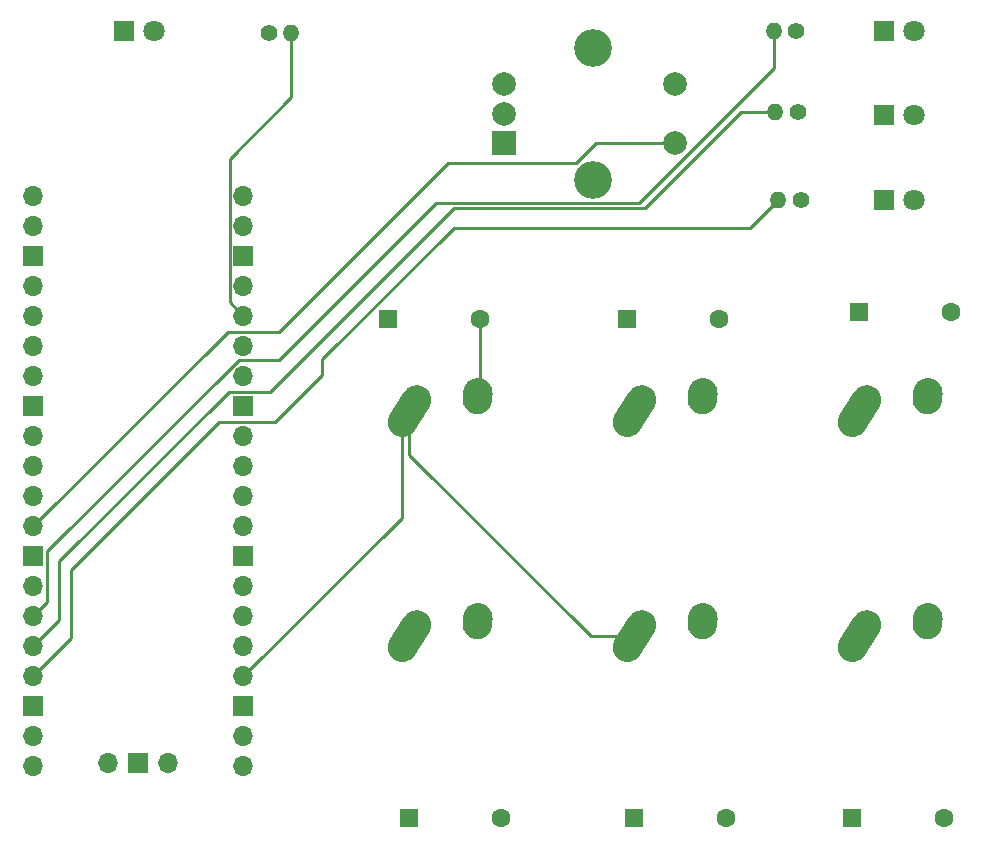
<source format=gbl>
%TF.GenerationSoftware,KiCad,Pcbnew,(5.1.9)-1*%
%TF.CreationDate,2021-02-07T17:12:47-05:00*%
%TF.ProjectId,MacroBoard,4d616372-6f42-46f6-9172-642e6b696361,rev?*%
%TF.SameCoordinates,Original*%
%TF.FileFunction,Copper,L2,Bot*%
%TF.FilePolarity,Positive*%
%FSLAX46Y46*%
G04 Gerber Fmt 4.6, Leading zero omitted, Abs format (unit mm)*
G04 Created by KiCad (PCBNEW (5.1.9)-1) date 2021-02-07 17:12:47*
%MOMM*%
%LPD*%
G01*
G04 APERTURE LIST*
%TA.AperFunction,ComponentPad*%
%ADD10O,1.700000X1.700000*%
%TD*%
%TA.AperFunction,ComponentPad*%
%ADD11R,1.700000X1.700000*%
%TD*%
%TA.AperFunction,ComponentPad*%
%ADD12C,1.800000*%
%TD*%
%TA.AperFunction,ComponentPad*%
%ADD13R,1.800000X1.800000*%
%TD*%
%TA.AperFunction,ComponentPad*%
%ADD14R,1.600000X1.600000*%
%TD*%
%TA.AperFunction,ComponentPad*%
%ADD15C,1.600000*%
%TD*%
%TA.AperFunction,ComponentPad*%
%ADD16O,1.400000X1.400000*%
%TD*%
%TA.AperFunction,ComponentPad*%
%ADD17C,1.400000*%
%TD*%
%TA.AperFunction,ComponentPad*%
%ADD18C,2.000000*%
%TD*%
%TA.AperFunction,ComponentPad*%
%ADD19C,3.200000*%
%TD*%
%TA.AperFunction,ComponentPad*%
%ADD20R,2.000000X2.000000*%
%TD*%
%TA.AperFunction,Conductor*%
%ADD21C,0.250000*%
%TD*%
G04 APERTURE END LIST*
D10*
%TO.P,U1,1*%
%TO.N,Net-(U1-Pad1)*%
X112553750Y-52070000D03*
%TO.P,U1,2*%
%TO.N,Net-(U1-Pad2)*%
X112553750Y-54610000D03*
D11*
%TO.P,U1,3*%
%TO.N,Net-(U1-Pad3)*%
X112553750Y-57150000D03*
D10*
%TO.P,U1,4*%
%TO.N,Net-(U1-Pad4)*%
X112553750Y-59690000D03*
%TO.P,U1,5*%
%TO.N,Net-(U1-Pad5)*%
X112553750Y-62230000D03*
%TO.P,U1,6*%
%TO.N,Net-(U1-Pad6)*%
X112553750Y-64770000D03*
%TO.P,U1,7*%
%TO.N,Net-(U1-Pad7)*%
X112553750Y-67310000D03*
D11*
%TO.P,U1,8*%
%TO.N,+5V*%
X112553750Y-69850000D03*
D10*
%TO.P,U1,9*%
%TO.N,Net-(U1-Pad9)*%
X112553750Y-72390000D03*
%TO.P,U1,10*%
%TO.N,/A_PIN*%
X112553750Y-74930000D03*
%TO.P,U1,11*%
%TO.N,/B_PIN*%
X112553750Y-77470000D03*
%TO.P,U1,12*%
%TO.N,/ROT_SW*%
X112553750Y-80010000D03*
D11*
%TO.P,U1,13*%
%TO.N,Net-(U1-Pad13)*%
X112553750Y-82550000D03*
D10*
%TO.P,U1,14*%
%TO.N,Net-(U1-Pad14)*%
X112553750Y-85090000D03*
%TO.P,U1,15*%
%TO.N,/LED_B*%
X112553750Y-87630000D03*
%TO.P,U1,16*%
%TO.N,/LED_C*%
X112553750Y-90170000D03*
%TO.P,U1,17*%
%TO.N,/LED_D*%
X112553750Y-92710000D03*
D11*
%TO.P,U1,18*%
%TO.N,Net-(U1-Pad18)*%
X112553750Y-95250000D03*
D10*
%TO.P,U1,19*%
%TO.N,Net-(U1-Pad19)*%
X112553750Y-97790000D03*
%TO.P,U1,20*%
%TO.N,Net-(U1-Pad20)*%
X112553750Y-100330000D03*
%TO.P,U1,21*%
%TO.N,Net-(U1-Pad21)*%
X130333750Y-100330000D03*
%TO.P,U1,22*%
%TO.N,Net-(U1-Pad22)*%
X130333750Y-97790000D03*
D11*
%TO.P,U1,23*%
%TO.N,Net-(U1-Pad23)*%
X130333750Y-95250000D03*
D10*
%TO.P,U1,24*%
%TO.N,/col2*%
X130333750Y-92710000D03*
%TO.P,U1,25*%
%TO.N,/col1*%
X130333750Y-90170000D03*
%TO.P,U1,26*%
%TO.N,/col0*%
X130333750Y-87630000D03*
%TO.P,U1,27*%
%TO.N,/row1*%
X130333750Y-85090000D03*
D11*
%TO.P,U1,28*%
%TO.N,Net-(U1-Pad28)*%
X130333750Y-82550000D03*
D10*
%TO.P,U1,29*%
%TO.N,/row0*%
X130333750Y-80010000D03*
%TO.P,U1,30*%
%TO.N,Net-(U1-Pad30)*%
X130333750Y-77470000D03*
%TO.P,U1,31*%
%TO.N,Net-(U1-Pad31)*%
X130333750Y-74930000D03*
%TO.P,U1,32*%
%TO.N,Net-(U1-Pad32)*%
X130333750Y-72390000D03*
D11*
%TO.P,U1,33*%
%TO.N,Net-(U1-Pad33)*%
X130333750Y-69850000D03*
D10*
%TO.P,U1,34*%
%TO.N,Net-(U1-Pad34)*%
X130333750Y-67310000D03*
%TO.P,U1,35*%
%TO.N,Net-(U1-Pad35)*%
X130333750Y-64770000D03*
%TO.P,U1,36*%
%TO.N,/LED_A*%
X130333750Y-62230000D03*
%TO.P,U1,37*%
%TO.N,Net-(U1-Pad37)*%
X130333750Y-59690000D03*
D11*
%TO.P,U1,38*%
%TO.N,Net-(U1-Pad38)*%
X130333750Y-57150000D03*
D10*
%TO.P,U1,39*%
%TO.N,Net-(U1-Pad39)*%
X130333750Y-54610000D03*
%TO.P,U1,40*%
%TO.N,Net-(U1-Pad40)*%
X130333750Y-52070000D03*
%TO.P,U1,41*%
%TO.N,N/C*%
X118903750Y-100100000D03*
D11*
%TO.P,U1,42*%
X121443750Y-100100000D03*
D10*
%TO.P,U1,43*%
X123983750Y-100100000D03*
%TD*%
D12*
%TO.P,D1,2*%
%TO.N,Net-(D1-Pad2)*%
X187087030Y-52387500D03*
D13*
%TO.P,D1,1*%
%TO.N,+5V*%
X184547030Y-52387500D03*
%TD*%
%TO.P,D2,1*%
%TO.N,+5V*%
X184547030Y-45243788D03*
D12*
%TO.P,D2,2*%
%TO.N,Net-(D2-Pad2)*%
X187087030Y-45243788D03*
%TD*%
%TO.P,D3,2*%
%TO.N,Net-(D3-Pad2)*%
X187087030Y-38100000D03*
D13*
%TO.P,D3,1*%
%TO.N,+5V*%
X184547030Y-38100000D03*
%TD*%
%TO.P,D4,1*%
%TO.N,+5V*%
X120253226Y-38100032D03*
D12*
%TO.P,D4,2*%
%TO.N,Net-(D4-Pad2)*%
X122793226Y-38100032D03*
%TD*%
D14*
%TO.P,D5,1*%
%TO.N,/row0*%
X182432969Y-61912552D03*
D15*
%TO.P,D5,2*%
%TO.N,Net-(D5-Pad2)*%
X190232969Y-61912552D03*
%TD*%
D14*
%TO.P,D6,1*%
%TO.N,/row1*%
X162787640Y-62507865D03*
D15*
%TO.P,D6,2*%
%TO.N,Net-(D6-Pad2)*%
X170587640Y-62507865D03*
%TD*%
%TO.P,D7,2*%
%TO.N,Net-(D7-Pad2)*%
X189637656Y-104775088D03*
D14*
%TO.P,D7,1*%
%TO.N,/row0*%
X181837656Y-104775088D03*
%TD*%
D15*
%TO.P,D8,2*%
%TO.N,Net-(D8-Pad2)*%
X152132937Y-104775088D03*
D14*
%TO.P,D8,1*%
%TO.N,/row1*%
X144332937Y-104775088D03*
%TD*%
D15*
%TO.P,D9,2*%
%TO.N,Net-(D9-Pad2)*%
X171182953Y-104775088D03*
D14*
%TO.P,D9,1*%
%TO.N,/row0*%
X163382953Y-104775088D03*
%TD*%
%TO.P,D10,1*%
%TO.N,/row1*%
X142546998Y-62507865D03*
D15*
%TO.P,D10,2*%
%TO.N,Net-(D10-Pad2)*%
X150346998Y-62507865D03*
%TD*%
%TO.P,K1,2*%
%TO.N,Net-(D6-Pad2)*%
%TA.AperFunction,ComponentPad*%
G36*
G01*
X167940671Y-69233059D02*
X167980119Y-68654403D01*
G75*
G02*
X169312243Y-67492317I1247105J-85019D01*
G01*
X169312243Y-67492317D01*
G75*
G02*
X170474329Y-68824441I-85019J-1247105D01*
G01*
X170434881Y-69403097D01*
G75*
G02*
X169102757Y-70565183I-1247105J85019D01*
G01*
X169102757Y-70565183D01*
G75*
G02*
X167940671Y-69233059I85019J1247105D01*
G01*
G37*
%TD.AperFunction*%
%TO.P,K1,1*%
%TO.N,/col0*%
%TA.AperFunction,ComponentPad*%
G36*
G01*
X161773799Y-70575940D02*
X162982723Y-68678310D01*
G75*
G02*
X164708587Y-68295696I1054239J-671625D01*
G01*
X164708587Y-68295696D01*
G75*
G02*
X165091201Y-70021560I-671625J-1054239D01*
G01*
X163882277Y-71919190D01*
G75*
G02*
X162156413Y-72301804I-1054239J671625D01*
G01*
X162156413Y-72301804D01*
G75*
G02*
X161773799Y-70575940I671625J1054239D01*
G01*
G37*
%TD.AperFunction*%
%TD*%
%TO.P,K2,2*%
%TO.N,Net-(D7-Pad2)*%
%TA.AperFunction,ComponentPad*%
G36*
G01*
X186990671Y-88283059D02*
X187030119Y-87704403D01*
G75*
G02*
X188362243Y-86542317I1247105J-85019D01*
G01*
X188362243Y-86542317D01*
G75*
G02*
X189524329Y-87874441I-85019J-1247105D01*
G01*
X189484881Y-88453097D01*
G75*
G02*
X188152757Y-89615183I-1247105J85019D01*
G01*
X188152757Y-89615183D01*
G75*
G02*
X186990671Y-88283059I85019J1247105D01*
G01*
G37*
%TD.AperFunction*%
%TO.P,K2,1*%
%TO.N,/col1*%
%TA.AperFunction,ComponentPad*%
G36*
G01*
X180823799Y-89625940D02*
X182032723Y-87728310D01*
G75*
G02*
X183758587Y-87345696I1054239J-671625D01*
G01*
X183758587Y-87345696D01*
G75*
G02*
X184141201Y-89071560I-671625J-1054239D01*
G01*
X182932277Y-90969190D01*
G75*
G02*
X181206413Y-91351804I-1054239J671625D01*
G01*
X181206413Y-91351804D01*
G75*
G02*
X180823799Y-89625940I671625J1054239D01*
G01*
G37*
%TD.AperFunction*%
%TD*%
%TO.P,K3,1*%
%TO.N,/col1*%
%TA.AperFunction,ComponentPad*%
G36*
G01*
X142723799Y-89625940D02*
X143932723Y-87728310D01*
G75*
G02*
X145658587Y-87345696I1054239J-671625D01*
G01*
X145658587Y-87345696D01*
G75*
G02*
X146041201Y-89071560I-671625J-1054239D01*
G01*
X144832277Y-90969190D01*
G75*
G02*
X143106413Y-91351804I-1054239J671625D01*
G01*
X143106413Y-91351804D01*
G75*
G02*
X142723799Y-89625940I671625J1054239D01*
G01*
G37*
%TD.AperFunction*%
%TO.P,K3,2*%
%TO.N,Net-(D8-Pad2)*%
%TA.AperFunction,ComponentPad*%
G36*
G01*
X148890671Y-88283059D02*
X148930119Y-87704403D01*
G75*
G02*
X150262243Y-86542317I1247105J-85019D01*
G01*
X150262243Y-86542317D01*
G75*
G02*
X151424329Y-87874441I-85019J-1247105D01*
G01*
X151384881Y-88453097D01*
G75*
G02*
X150052757Y-89615183I-1247105J85019D01*
G01*
X150052757Y-89615183D01*
G75*
G02*
X148890671Y-88283059I85019J1247105D01*
G01*
G37*
%TD.AperFunction*%
%TD*%
%TO.P,K4,1*%
%TO.N,/col2*%
%TA.AperFunction,ComponentPad*%
G36*
G01*
X161773799Y-89625940D02*
X162982723Y-87728310D01*
G75*
G02*
X164708587Y-87345696I1054239J-671625D01*
G01*
X164708587Y-87345696D01*
G75*
G02*
X165091201Y-89071560I-671625J-1054239D01*
G01*
X163882277Y-90969190D01*
G75*
G02*
X162156413Y-91351804I-1054239J671625D01*
G01*
X162156413Y-91351804D01*
G75*
G02*
X161773799Y-89625940I671625J1054239D01*
G01*
G37*
%TD.AperFunction*%
%TO.P,K4,2*%
%TO.N,Net-(D9-Pad2)*%
%TA.AperFunction,ComponentPad*%
G36*
G01*
X167940671Y-88283059D02*
X167980119Y-87704403D01*
G75*
G02*
X169312243Y-86542317I1247105J-85019D01*
G01*
X169312243Y-86542317D01*
G75*
G02*
X170474329Y-87874441I-85019J-1247105D01*
G01*
X170434881Y-88453097D01*
G75*
G02*
X169102757Y-89615183I-1247105J85019D01*
G01*
X169102757Y-89615183D01*
G75*
G02*
X167940671Y-88283059I85019J1247105D01*
G01*
G37*
%TD.AperFunction*%
%TD*%
%TO.P,K5,2*%
%TO.N,Net-(D10-Pad2)*%
%TA.AperFunction,ComponentPad*%
G36*
G01*
X148890671Y-69233059D02*
X148930119Y-68654403D01*
G75*
G02*
X150262243Y-67492317I1247105J-85019D01*
G01*
X150262243Y-67492317D01*
G75*
G02*
X151424329Y-68824441I-85019J-1247105D01*
G01*
X151384881Y-69403097D01*
G75*
G02*
X150052757Y-70565183I-1247105J85019D01*
G01*
X150052757Y-70565183D01*
G75*
G02*
X148890671Y-69233059I85019J1247105D01*
G01*
G37*
%TD.AperFunction*%
%TO.P,K5,1*%
%TO.N,/col2*%
%TA.AperFunction,ComponentPad*%
G36*
G01*
X142723799Y-70575940D02*
X143932723Y-68678310D01*
G75*
G02*
X145658587Y-68295696I1054239J-671625D01*
G01*
X145658587Y-68295696D01*
G75*
G02*
X146041201Y-70021560I-671625J-1054239D01*
G01*
X144832277Y-71919190D01*
G75*
G02*
X143106413Y-72301804I-1054239J671625D01*
G01*
X143106413Y-72301804D01*
G75*
G02*
X142723799Y-70575940I671625J1054239D01*
G01*
G37*
%TD.AperFunction*%
%TD*%
%TO.P,K?1,1*%
%TO.N,/col0*%
%TA.AperFunction,ComponentPad*%
G36*
G01*
X180823799Y-70575940D02*
X182032723Y-68678310D01*
G75*
G02*
X183758587Y-68295696I1054239J-671625D01*
G01*
X183758587Y-68295696D01*
G75*
G02*
X184141201Y-70021560I-671625J-1054239D01*
G01*
X182932277Y-71919190D01*
G75*
G02*
X181206413Y-72301804I-1054239J671625D01*
G01*
X181206413Y-72301804D01*
G75*
G02*
X180823799Y-70575940I671625J1054239D01*
G01*
G37*
%TD.AperFunction*%
%TO.P,K?1,2*%
%TO.N,Net-(D5-Pad2)*%
%TA.AperFunction,ComponentPad*%
G36*
G01*
X186990671Y-69233059D02*
X187030119Y-68654403D01*
G75*
G02*
X188362243Y-67492317I1247105J-85019D01*
G01*
X188362243Y-67492317D01*
G75*
G02*
X189524329Y-68824441I-85019J-1247105D01*
G01*
X189484881Y-69403097D01*
G75*
G02*
X188152757Y-70565183I-1247105J85019D01*
G01*
X188152757Y-70565183D01*
G75*
G02*
X186990671Y-69233059I85019J1247105D01*
G01*
G37*
%TD.AperFunction*%
%TD*%
D16*
%TO.P,R1,2*%
%TO.N,/LED_D*%
X175600000Y-52387544D03*
D17*
%TO.P,R1,1*%
%TO.N,Net-(D1-Pad2)*%
X177500000Y-52387544D03*
%TD*%
%TO.P,R2,1*%
%TO.N,Net-(D2-Pad2)*%
X177250000Y-45000000D03*
D16*
%TO.P,R2,2*%
%TO.N,/LED_C*%
X175350000Y-45000000D03*
%TD*%
%TO.P,R3,2*%
%TO.N,/LED_B*%
X175250000Y-38100032D03*
D17*
%TO.P,R3,1*%
%TO.N,Net-(D3-Pad2)*%
X177150000Y-38100032D03*
%TD*%
%TO.P,R4,1*%
%TO.N,Net-(D4-Pad2)*%
X132500000Y-38250000D03*
D16*
%TO.P,R4,2*%
%TO.N,/LED_A*%
X134400000Y-38250000D03*
%TD*%
D18*
%TO.P,SW1,S1*%
%TO.N,+5V*%
X166900128Y-42625040D03*
%TO.P,SW1,S2*%
%TO.N,/ROT_SW*%
X166900128Y-47625040D03*
D19*
%TO.P,SW1,MP*%
%TO.N,N/C*%
X159900128Y-39525040D03*
X159900128Y-50725040D03*
D18*
%TO.P,SW1,B*%
%TO.N,/B_PIN*%
X152400128Y-42625040D03*
%TO.P,SW1,C*%
%TO.N,+5V*%
X152400128Y-45125040D03*
D20*
%TO.P,SW1,A*%
%TO.N,/A_PIN*%
X152400128Y-47625040D03*
%TD*%
D21*
%TO.N,Net-(D10-Pad2)*%
X150346998Y-68839252D02*
X150157500Y-69028750D01*
X150346998Y-62507865D02*
X150346998Y-68839252D01*
%TO.N,/col2*%
X143733401Y-79310349D02*
X143733401Y-70947849D01*
X143733401Y-70947849D02*
X144382500Y-70298750D01*
X130333750Y-92710000D02*
X143733401Y-79310349D01*
X159735526Y-89348750D02*
X163432500Y-89348750D01*
X144382500Y-73995724D02*
X159735526Y-89348750D01*
X144382500Y-70298750D02*
X144382500Y-73995724D01*
%TO.N,/LED_D*%
X112553750Y-92710000D02*
X115750000Y-89513750D01*
X115750000Y-89513750D02*
X115750000Y-83750000D01*
X128285001Y-71214999D02*
X133035001Y-71214999D01*
X115750000Y-83750000D02*
X128285001Y-71214999D01*
X137000000Y-65869861D02*
X148119861Y-54750000D01*
X137000000Y-67250000D02*
X137000000Y-65869861D01*
X133035001Y-71214999D02*
X137000000Y-67250000D01*
X173237544Y-54750000D02*
X175600000Y-52387544D01*
X148119861Y-54750000D02*
X173237544Y-54750000D01*
%TO.N,/LED_C*%
X112553750Y-90170000D02*
X114750000Y-87973750D01*
X114750000Y-87973750D02*
X114750000Y-83000000D01*
X129075001Y-68674999D02*
X132575001Y-68674999D01*
X114750000Y-83000000D02*
X129075001Y-68674999D01*
X148149949Y-53100051D02*
X164350051Y-53100051D01*
X132575001Y-68674999D02*
X148149949Y-53100051D01*
X172450102Y-45000000D02*
X175350000Y-45000000D01*
X164350051Y-53100051D02*
X172450102Y-45000000D01*
%TO.N,/LED_B*%
X129959747Y-65945001D02*
X133304999Y-65945001D01*
X113728751Y-82175997D02*
X129959747Y-65945001D01*
X113728751Y-86454999D02*
X113728751Y-82175997D01*
X112553750Y-87630000D02*
X113728751Y-86454999D01*
X175250000Y-41236170D02*
X175250000Y-38100032D01*
X163836129Y-52650041D02*
X175250000Y-41236170D01*
X146599959Y-52650041D02*
X163836129Y-52650041D01*
X133304999Y-65945001D02*
X146599959Y-52650041D01*
%TO.N,/LED_A*%
X129158749Y-61054999D02*
X129158749Y-48908749D01*
X130333750Y-62230000D02*
X129158749Y-61054999D01*
X134400000Y-43667498D02*
X134400000Y-38250000D01*
X129158749Y-48908749D02*
X134400000Y-43667498D01*
%TO.N,/ROT_SW*%
X112553750Y-80010000D02*
X129000000Y-63563750D01*
X129000000Y-63563750D02*
X133313750Y-63563750D01*
X133313750Y-63563750D02*
X147627500Y-49250000D01*
X160151126Y-47625040D02*
X166900128Y-47625040D01*
X158526166Y-49250000D02*
X160151126Y-47625040D01*
X147627500Y-49250000D02*
X158526166Y-49250000D01*
%TD*%
M02*

</source>
